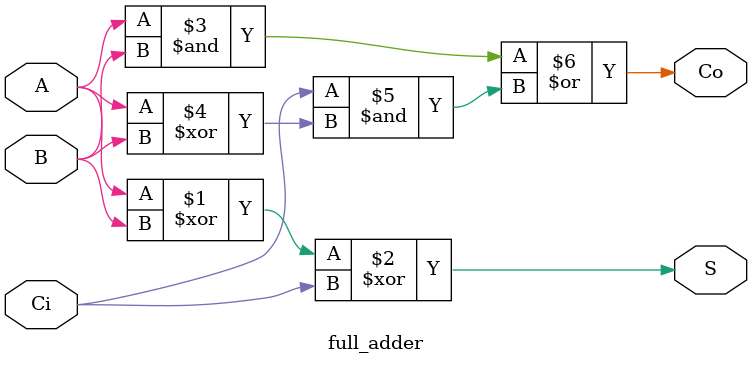
<source format=v>
`timescale 1ns / 1ps


module full_adder(
    input  wire A,
    input  wire B,
    input  wire Ci,
    output wire S,
    output wire Co
    );
    
    assign S  = A ^ B ^ Ci;
    assign Co = ( A & B ) |  ( Ci & ( A ^ B) );
    
endmodule

</source>
